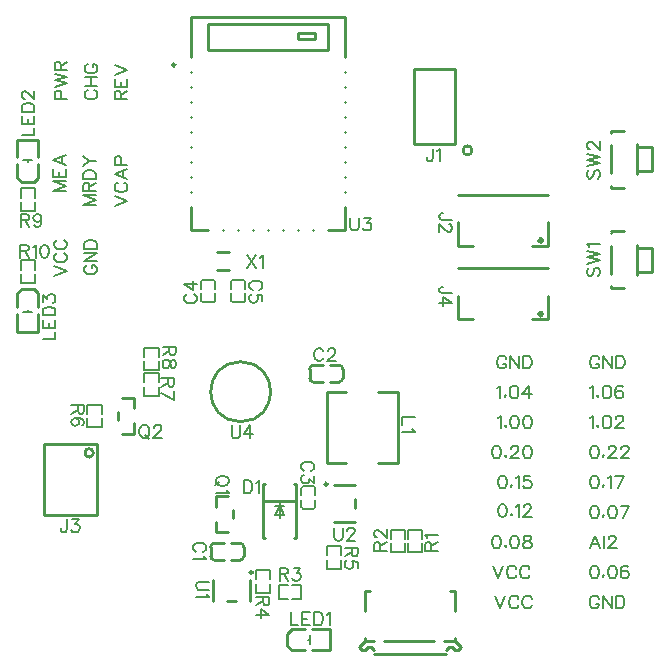
<source format=gto>
G04 Layer: TopSilkLayer*
G04 EasyEDA v6.4.19.5, 2021-05-22T15:42:10+02:00*
G04 f6fe8073f4d6445e90d350db08ac70cc,b771c775d4444e86a06a5321f8c966cb,10*
G04 Gerber Generator version 0.2*
G04 Scale: 100 percent, Rotated: No, Reflected: No *
G04 Dimensions in inches *
G04 leading zeros omitted , absolute positions ,3 integer and 6 decimal *
%FSLAX36Y36*%
%MOIN*%

%ADD10C,0.0100*%
%ADD46C,0.0059*%
%ADD47C,0.0050*%
%ADD48C,0.0080*%
%ADD49C,0.0060*%
%ADD50C,0.0070*%

%LPD*%
D49*
X128552Y-865198D02*
G01*
X171452Y-848798D01*
X128552Y-832498D02*
G01*
X171452Y-848798D01*
X138751Y-788298D02*
G01*
X134652Y-790299D01*
X130552Y-794398D01*
X128552Y-798499D01*
X128552Y-806698D01*
X130552Y-810798D01*
X134652Y-814899D01*
X138751Y-816898D01*
X144851Y-818998D01*
X155152Y-818998D01*
X161251Y-816898D01*
X165351Y-814899D01*
X169451Y-810798D01*
X171452Y-806698D01*
X171452Y-798499D01*
X169451Y-794398D01*
X165351Y-790299D01*
X161251Y-788298D01*
X138751Y-744099D02*
G01*
X134652Y-746199D01*
X130552Y-750299D01*
X128552Y-754299D01*
X128552Y-762498D01*
X130552Y-766599D01*
X134652Y-770698D01*
X138751Y-772799D01*
X144851Y-774798D01*
X155152Y-774798D01*
X161251Y-772799D01*
X165351Y-770698D01*
X169451Y-766599D01*
X171452Y-762498D01*
X171452Y-754299D01*
X169451Y-750299D01*
X165351Y-746199D01*
X161251Y-744099D01*
X237810Y-828297D02*
G01*
X233709Y-830398D01*
X229609Y-834497D01*
X227609Y-838597D01*
X227609Y-846698D01*
X229609Y-850797D01*
X233709Y-854897D01*
X237810Y-856997D01*
X243910Y-858998D01*
X254209Y-858998D01*
X260310Y-856997D01*
X264410Y-854897D01*
X268510Y-850797D01*
X270509Y-846698D01*
X270509Y-838597D01*
X268510Y-834497D01*
X264410Y-830398D01*
X260310Y-828297D01*
X254209Y-828297D01*
X254209Y-838597D02*
G01*
X254209Y-828297D01*
X227609Y-814798D02*
G01*
X270509Y-814798D01*
X227609Y-814798D02*
G01*
X270509Y-786197D01*
X227609Y-786197D02*
G01*
X270509Y-786197D01*
X227609Y-772698D02*
G01*
X270509Y-772698D01*
X227609Y-772698D02*
G01*
X227609Y-758397D01*
X229609Y-752197D01*
X233709Y-748098D01*
X237810Y-746097D01*
X243910Y-744097D01*
X254209Y-744097D01*
X260310Y-746097D01*
X264410Y-748098D01*
X268510Y-752197D01*
X270509Y-758397D01*
X270509Y-772698D01*
X129608Y-274991D02*
G01*
X172508Y-274991D01*
X129608Y-274991D02*
G01*
X129608Y-256592D01*
X131608Y-250491D01*
X133708Y-248391D01*
X137808Y-246392D01*
X143907Y-246392D01*
X148008Y-248391D01*
X150008Y-250491D01*
X152108Y-256592D01*
X152108Y-274991D01*
X129608Y-232892D02*
G01*
X172508Y-222591D01*
X129608Y-212391D02*
G01*
X172508Y-222591D01*
X129608Y-212391D02*
G01*
X172508Y-202192D01*
X129608Y-191992D02*
G01*
X172508Y-202192D01*
X129608Y-178492D02*
G01*
X172508Y-178492D01*
X129608Y-178492D02*
G01*
X129608Y-160091D01*
X131608Y-153892D01*
X133708Y-151891D01*
X137808Y-149791D01*
X141907Y-149791D01*
X145908Y-151891D01*
X148008Y-153892D01*
X150008Y-160091D01*
X150008Y-178492D01*
X150008Y-164092D02*
G01*
X172508Y-149791D01*
X239807Y-244292D02*
G01*
X235707Y-246392D01*
X231608Y-250491D01*
X229608Y-254591D01*
X229608Y-262691D01*
X231608Y-266792D01*
X235707Y-270891D01*
X239807Y-272991D01*
X245908Y-274991D01*
X256208Y-274991D01*
X262307Y-272991D01*
X266407Y-270891D01*
X270508Y-266792D01*
X272508Y-262691D01*
X272508Y-254591D01*
X270508Y-250491D01*
X266407Y-246392D01*
X262307Y-244292D01*
X229608Y-230792D02*
G01*
X272508Y-230792D01*
X229608Y-202192D02*
G01*
X272508Y-202192D01*
X250008Y-230792D02*
G01*
X250008Y-202192D01*
X239807Y-157991D02*
G01*
X235707Y-160091D01*
X231608Y-164092D01*
X229608Y-168191D01*
X229608Y-176392D01*
X231608Y-180491D01*
X235707Y-184591D01*
X239807Y-186592D01*
X245908Y-188692D01*
X256208Y-188692D01*
X262307Y-186592D01*
X266407Y-184591D01*
X270508Y-180491D01*
X272508Y-176392D01*
X272508Y-168191D01*
X270508Y-164092D01*
X266407Y-160091D01*
X262307Y-157991D01*
X256208Y-157991D01*
X256208Y-168191D02*
G01*
X256208Y-157991D01*
X329608Y-274991D02*
G01*
X372508Y-274991D01*
X329608Y-274991D02*
G01*
X329608Y-256592D01*
X331608Y-250491D01*
X333708Y-248391D01*
X337808Y-246392D01*
X341907Y-246392D01*
X345908Y-248391D01*
X348008Y-250491D01*
X350008Y-256592D01*
X350008Y-274991D01*
X350008Y-260691D02*
G01*
X372508Y-246392D01*
X329608Y-232892D02*
G01*
X372508Y-232892D01*
X329608Y-232892D02*
G01*
X329608Y-206291D01*
X350008Y-232892D02*
G01*
X350008Y-216491D01*
X372508Y-232892D02*
G01*
X372508Y-206291D01*
X329608Y-192791D02*
G01*
X372508Y-176392D01*
X329608Y-160091D02*
G01*
X372508Y-176392D01*
X124608Y-579991D02*
G01*
X167508Y-579991D01*
X124608Y-579991D02*
G01*
X167508Y-563591D01*
X124608Y-547291D02*
G01*
X167508Y-563591D01*
X124608Y-547291D02*
G01*
X167508Y-547291D01*
X124608Y-533791D02*
G01*
X167508Y-533791D01*
X124608Y-533791D02*
G01*
X124608Y-507192D01*
X145008Y-533791D02*
G01*
X145008Y-517391D01*
X167508Y-533791D02*
G01*
X167508Y-507192D01*
X124608Y-477291D02*
G01*
X167508Y-493692D01*
X124608Y-477291D02*
G01*
X167508Y-460992D01*
X153207Y-487591D02*
G01*
X153207Y-467091D01*
X224608Y-628294D02*
G01*
X267508Y-628294D01*
X224608Y-628294D02*
G01*
X267508Y-611894D01*
X224608Y-595594D02*
G01*
X267508Y-611894D01*
X224608Y-595594D02*
G01*
X267508Y-595594D01*
X224608Y-582094D02*
G01*
X267508Y-582094D01*
X224608Y-582094D02*
G01*
X224608Y-563694D01*
X226608Y-557494D01*
X228708Y-555495D01*
X232808Y-553395D01*
X236907Y-553395D01*
X240908Y-555495D01*
X243008Y-557494D01*
X245008Y-563694D01*
X245008Y-582094D01*
X245008Y-567795D02*
G01*
X267508Y-553395D01*
X224608Y-539895D02*
G01*
X267508Y-539895D01*
X224608Y-539895D02*
G01*
X224608Y-525594D01*
X226608Y-519495D01*
X230707Y-515394D01*
X234807Y-513395D01*
X240908Y-511295D01*
X251208Y-511295D01*
X257307Y-513395D01*
X261407Y-515394D01*
X265508Y-519495D01*
X267508Y-525594D01*
X267508Y-539895D01*
X224608Y-497795D02*
G01*
X245008Y-481394D01*
X267508Y-481394D01*
X224608Y-465095D02*
G01*
X245008Y-481394D01*
X329608Y-630394D02*
G01*
X372508Y-613994D01*
X329608Y-597694D02*
G01*
X372508Y-613994D01*
X339807Y-553494D02*
G01*
X335707Y-555495D01*
X331608Y-559594D01*
X329608Y-563694D01*
X329608Y-571894D01*
X331608Y-575994D01*
X335707Y-580095D01*
X339807Y-582094D01*
X345908Y-584194D01*
X356208Y-584194D01*
X362307Y-582094D01*
X366407Y-580095D01*
X370508Y-575994D01*
X372508Y-571894D01*
X372508Y-563694D01*
X370508Y-559594D01*
X366407Y-555495D01*
X362307Y-553494D01*
X329608Y-523595D02*
G01*
X372508Y-539994D01*
X329608Y-523595D02*
G01*
X372508Y-507294D01*
X358207Y-533894D02*
G01*
X358207Y-513395D01*
X329608Y-493795D02*
G01*
X372508Y-493795D01*
X329608Y-493795D02*
G01*
X329608Y-475394D01*
X331608Y-469194D01*
X333708Y-467195D01*
X337808Y-465095D01*
X343907Y-465095D01*
X348008Y-467195D01*
X350008Y-469194D01*
X352108Y-475394D01*
X352108Y-493795D01*
X1944608Y-1939807D02*
G01*
X1942508Y-1935707D01*
X1938408Y-1931608D01*
X1934307Y-1929607D01*
X1926208Y-1929607D01*
X1922108Y-1931608D01*
X1918008Y-1935707D01*
X1915908Y-1939807D01*
X1913907Y-1945907D01*
X1913907Y-1956208D01*
X1915908Y-1962307D01*
X1918008Y-1966408D01*
X1922108Y-1970507D01*
X1926208Y-1972507D01*
X1934307Y-1972507D01*
X1938408Y-1970507D01*
X1942508Y-1966408D01*
X1944608Y-1962307D01*
X1944608Y-1956208D01*
X1934307Y-1956208D02*
G01*
X1944608Y-1956208D01*
X1958107Y-1929607D02*
G01*
X1958107Y-1972507D01*
X1958107Y-1929607D02*
G01*
X1986708Y-1972507D01*
X1986708Y-1929607D02*
G01*
X1986708Y-1972507D01*
X2000207Y-1929607D02*
G01*
X2000207Y-1972507D01*
X2000207Y-1929607D02*
G01*
X2014508Y-1929607D01*
X2020707Y-1931608D01*
X2024807Y-1935707D01*
X2026807Y-1939807D01*
X2028808Y-1945907D01*
X2028808Y-1956208D01*
X2026807Y-1962307D01*
X2024807Y-1966408D01*
X2020707Y-1970507D01*
X2014508Y-1972507D01*
X2000207Y-1972507D01*
X1927300Y-1829600D02*
G01*
X1921100Y-1831599D01*
X1917000Y-1837799D01*
X1915000Y-1847999D01*
X1915000Y-1854099D01*
X1917000Y-1864400D01*
X1921100Y-1870499D01*
X1927300Y-1872500D01*
X1931399Y-1872500D01*
X1937500Y-1870499D01*
X1941600Y-1864400D01*
X1943600Y-1854099D01*
X1943600Y-1847999D01*
X1941600Y-1837799D01*
X1937500Y-1831599D01*
X1931399Y-1829600D01*
X1927300Y-1829600D01*
X1959199Y-1862300D02*
G01*
X1957099Y-1864400D01*
X1959199Y-1866399D01*
X1961200Y-1864400D01*
X1959199Y-1862300D01*
X1987000Y-1829600D02*
G01*
X1980899Y-1831599D01*
X1976799Y-1837799D01*
X1974699Y-1847999D01*
X1974699Y-1854099D01*
X1976799Y-1864400D01*
X1980899Y-1870499D01*
X1987000Y-1872500D01*
X1991100Y-1872500D01*
X1997199Y-1870499D01*
X2001299Y-1864400D01*
X2003399Y-1854099D01*
X2003399Y-1847999D01*
X2001299Y-1837799D01*
X1997199Y-1831599D01*
X1991100Y-1829600D01*
X1987000Y-1829600D01*
X2041399Y-1835700D02*
G01*
X2039400Y-1831599D01*
X2033200Y-1829600D01*
X2029100Y-1829600D01*
X2022999Y-1831599D01*
X2018899Y-1837799D01*
X2016900Y-1847999D01*
X2016900Y-1858200D01*
X2018899Y-1866399D01*
X2022999Y-1870499D01*
X2029100Y-1872500D01*
X2031200Y-1872500D01*
X2037300Y-1870499D01*
X2041399Y-1866399D01*
X2043499Y-1860299D01*
X2043499Y-1858200D01*
X2041399Y-1852100D01*
X2037300Y-1847999D01*
X2031200Y-1845999D01*
X2029100Y-1845999D01*
X2022999Y-1847999D01*
X2018899Y-1852100D01*
X2016900Y-1858200D01*
X1931399Y-1729600D02*
G01*
X1915000Y-1772500D01*
X1931399Y-1729600D02*
G01*
X1947699Y-1772500D01*
X1921100Y-1758200D02*
G01*
X1941600Y-1758200D01*
X1961200Y-1729600D02*
G01*
X1961200Y-1772500D01*
X1976799Y-1739800D02*
G01*
X1976799Y-1737799D01*
X1978799Y-1733699D01*
X1980899Y-1731599D01*
X1985000Y-1729600D01*
X1993099Y-1729600D01*
X1997199Y-1731599D01*
X1999299Y-1733699D01*
X2001299Y-1737799D01*
X2001299Y-1741900D01*
X1999299Y-1745999D01*
X1995199Y-1752100D01*
X1974699Y-1772500D01*
X2003399Y-1772500D01*
X1927300Y-1629600D02*
G01*
X1921100Y-1631599D01*
X1917000Y-1637799D01*
X1915000Y-1647999D01*
X1915000Y-1654099D01*
X1917000Y-1664400D01*
X1921100Y-1670499D01*
X1927300Y-1672500D01*
X1931399Y-1672500D01*
X1937500Y-1670499D01*
X1941600Y-1664400D01*
X1943600Y-1654099D01*
X1943600Y-1647999D01*
X1941600Y-1637799D01*
X1937500Y-1631599D01*
X1931399Y-1629600D01*
X1927300Y-1629600D01*
X1959199Y-1662300D02*
G01*
X1957099Y-1664400D01*
X1959199Y-1666399D01*
X1961200Y-1664400D01*
X1959199Y-1662300D01*
X1987000Y-1629600D02*
G01*
X1980899Y-1631599D01*
X1976799Y-1637799D01*
X1974699Y-1647999D01*
X1974699Y-1654099D01*
X1976799Y-1664400D01*
X1980899Y-1670499D01*
X1987000Y-1672500D01*
X1991100Y-1672500D01*
X1997199Y-1670499D01*
X2001299Y-1664400D01*
X2003399Y-1654099D01*
X2003399Y-1647999D01*
X2001299Y-1637799D01*
X1997199Y-1631599D01*
X1991100Y-1629600D01*
X1987000Y-1629600D01*
X2045499Y-1629600D02*
G01*
X2025000Y-1672500D01*
X2016900Y-1629600D02*
G01*
X2045499Y-1629600D01*
X1927300Y-1529600D02*
G01*
X1921100Y-1531599D01*
X1917000Y-1537799D01*
X1915000Y-1547999D01*
X1915000Y-1554099D01*
X1917000Y-1564400D01*
X1921100Y-1570499D01*
X1927300Y-1572500D01*
X1931399Y-1572500D01*
X1937500Y-1570499D01*
X1941600Y-1564400D01*
X1943600Y-1554099D01*
X1943600Y-1547999D01*
X1941600Y-1537799D01*
X1937500Y-1531599D01*
X1931399Y-1529600D01*
X1927300Y-1529600D01*
X1959199Y-1562300D02*
G01*
X1957099Y-1564400D01*
X1959199Y-1566399D01*
X1961200Y-1564400D01*
X1959199Y-1562300D01*
X1974699Y-1537799D02*
G01*
X1978799Y-1535700D01*
X1985000Y-1529600D01*
X1985000Y-1572500D01*
X2027099Y-1529600D02*
G01*
X2006600Y-1572500D01*
X1998499Y-1529600D02*
G01*
X2027099Y-1529600D01*
X1927300Y-1429600D02*
G01*
X1921100Y-1431599D01*
X1917000Y-1437799D01*
X1915000Y-1447999D01*
X1915000Y-1454099D01*
X1917000Y-1464400D01*
X1921100Y-1470499D01*
X1927300Y-1472500D01*
X1931399Y-1472500D01*
X1937500Y-1470499D01*
X1941600Y-1464400D01*
X1943600Y-1454099D01*
X1943600Y-1447999D01*
X1941600Y-1437799D01*
X1937500Y-1431599D01*
X1931399Y-1429600D01*
X1927300Y-1429600D01*
X1959199Y-1462300D02*
G01*
X1957099Y-1464400D01*
X1959199Y-1466399D01*
X1961200Y-1464400D01*
X1959199Y-1462300D01*
X1976799Y-1439800D02*
G01*
X1976799Y-1437799D01*
X1978799Y-1433699D01*
X1980899Y-1431599D01*
X1985000Y-1429600D01*
X1993099Y-1429600D01*
X1997199Y-1431599D01*
X1999299Y-1433699D01*
X2001299Y-1437799D01*
X2001299Y-1441900D01*
X1999299Y-1445999D01*
X1995199Y-1452100D01*
X1974699Y-1472500D01*
X2003399Y-1472500D01*
X2018899Y-1439800D02*
G01*
X2018899Y-1437799D01*
X2020999Y-1433699D01*
X2022999Y-1431599D01*
X2027099Y-1429600D01*
X2035300Y-1429600D01*
X2039400Y-1431599D01*
X2041399Y-1433699D01*
X2043499Y-1437799D01*
X2043499Y-1441900D01*
X2041399Y-1445999D01*
X2037300Y-1452100D01*
X2016900Y-1472500D01*
X2045499Y-1472500D01*
X1915000Y-1337799D02*
G01*
X1919100Y-1335700D01*
X1925199Y-1329600D01*
X1925199Y-1372500D01*
X1940800Y-1362300D02*
G01*
X1938700Y-1364400D01*
X1940800Y-1366399D01*
X1942800Y-1364400D01*
X1940800Y-1362300D01*
X1968600Y-1329600D02*
G01*
X1962500Y-1331599D01*
X1958399Y-1337799D01*
X1956299Y-1347999D01*
X1956299Y-1354099D01*
X1958399Y-1364400D01*
X1962500Y-1370499D01*
X1968600Y-1372500D01*
X1972699Y-1372500D01*
X1978799Y-1370499D01*
X1982900Y-1364400D01*
X1985000Y-1354099D01*
X1985000Y-1347999D01*
X1982900Y-1337799D01*
X1978799Y-1331599D01*
X1972699Y-1329600D01*
X1968600Y-1329600D01*
X2000499Y-1339800D02*
G01*
X2000499Y-1337799D01*
X2002500Y-1333699D01*
X2004599Y-1331599D01*
X2008700Y-1329600D01*
X2016900Y-1329600D01*
X2020999Y-1331599D01*
X2022999Y-1333699D01*
X2025000Y-1337799D01*
X2025000Y-1341900D01*
X2022999Y-1345999D01*
X2018899Y-1352100D01*
X1998499Y-1372500D01*
X2027099Y-1372500D01*
X1915000Y-1237799D02*
G01*
X1919100Y-1235700D01*
X1925199Y-1229600D01*
X1925199Y-1272500D01*
X1940800Y-1262300D02*
G01*
X1938700Y-1264400D01*
X1940800Y-1266399D01*
X1942800Y-1264400D01*
X1940800Y-1262300D01*
X1968600Y-1229600D02*
G01*
X1962500Y-1231599D01*
X1958399Y-1237799D01*
X1956299Y-1247999D01*
X1956299Y-1254099D01*
X1958399Y-1264400D01*
X1962500Y-1270499D01*
X1968600Y-1272500D01*
X1972699Y-1272500D01*
X1978799Y-1270499D01*
X1982900Y-1264400D01*
X1985000Y-1254099D01*
X1985000Y-1247999D01*
X1982900Y-1237799D01*
X1978799Y-1231599D01*
X1972699Y-1229600D01*
X1968600Y-1229600D01*
X2022999Y-1235700D02*
G01*
X2020999Y-1231599D01*
X2014800Y-1229600D01*
X2010700Y-1229600D01*
X2004599Y-1231599D01*
X2000499Y-1237799D01*
X1998499Y-1247999D01*
X1998499Y-1258200D01*
X2000499Y-1266399D01*
X2004599Y-1270499D01*
X2010700Y-1272500D01*
X2012800Y-1272500D01*
X2018899Y-1270499D01*
X2022999Y-1266399D01*
X2025000Y-1260299D01*
X2025000Y-1258200D01*
X2022999Y-1252100D01*
X2018899Y-1247999D01*
X2012800Y-1245999D01*
X2010700Y-1245999D01*
X2004599Y-1247999D01*
X2000499Y-1252100D01*
X1998499Y-1258200D01*
X1945700Y-1139800D02*
G01*
X1943600Y-1135700D01*
X1939500Y-1131599D01*
X1935499Y-1129600D01*
X1927300Y-1129600D01*
X1923200Y-1131599D01*
X1919100Y-1135700D01*
X1917000Y-1139800D01*
X1915000Y-1145999D01*
X1915000Y-1156199D01*
X1917000Y-1162300D01*
X1919100Y-1166399D01*
X1923200Y-1170499D01*
X1927300Y-1172500D01*
X1935499Y-1172500D01*
X1939500Y-1170499D01*
X1943600Y-1166399D01*
X1945700Y-1162300D01*
X1945700Y-1156199D01*
X1935499Y-1156199D02*
G01*
X1945700Y-1156199D01*
X1959199Y-1129600D02*
G01*
X1959199Y-1172500D01*
X1959199Y-1129600D02*
G01*
X1987800Y-1172500D01*
X1987800Y-1129600D02*
G01*
X1987800Y-1172500D01*
X2001299Y-1129600D02*
G01*
X2001299Y-1172500D01*
X2001299Y-1129600D02*
G01*
X2015599Y-1129600D01*
X2021799Y-1131599D01*
X2025899Y-1135700D01*
X2027900Y-1139800D01*
X2030000Y-1145999D01*
X2030000Y-1156199D01*
X2027900Y-1162300D01*
X2025899Y-1166399D01*
X2021799Y-1170499D01*
X2015599Y-1172500D01*
X2001299Y-1172500D01*
X1635700Y-1139800D02*
G01*
X1633600Y-1135700D01*
X1629500Y-1131599D01*
X1625499Y-1129600D01*
X1617300Y-1129600D01*
X1613200Y-1131599D01*
X1609100Y-1135700D01*
X1607000Y-1139800D01*
X1605000Y-1145999D01*
X1605000Y-1156199D01*
X1607000Y-1162300D01*
X1609100Y-1166399D01*
X1613200Y-1170499D01*
X1617300Y-1172500D01*
X1625499Y-1172500D01*
X1629500Y-1170499D01*
X1633600Y-1166399D01*
X1635700Y-1162300D01*
X1635700Y-1156199D01*
X1625499Y-1156199D02*
G01*
X1635700Y-1156199D01*
X1649199Y-1129600D02*
G01*
X1649199Y-1172500D01*
X1649199Y-1129600D02*
G01*
X1677800Y-1172500D01*
X1677800Y-1129600D02*
G01*
X1677800Y-1172500D01*
X1691299Y-1129600D02*
G01*
X1691299Y-1172500D01*
X1691299Y-1129600D02*
G01*
X1705599Y-1129600D01*
X1711799Y-1131599D01*
X1715899Y-1135700D01*
X1717900Y-1139800D01*
X1720000Y-1145999D01*
X1720000Y-1156199D01*
X1717900Y-1162300D01*
X1715899Y-1166399D01*
X1711799Y-1170499D01*
X1705599Y-1172500D01*
X1691299Y-1172500D01*
X1605899Y-1237799D02*
G01*
X1609999Y-1235700D01*
X1616098Y-1229600D01*
X1616098Y-1272500D01*
X1631699Y-1262300D02*
G01*
X1629599Y-1264400D01*
X1631699Y-1266399D01*
X1633699Y-1264400D01*
X1631699Y-1262300D01*
X1659499Y-1229600D02*
G01*
X1653399Y-1231599D01*
X1649298Y-1237799D01*
X1647198Y-1247999D01*
X1647198Y-1254099D01*
X1649298Y-1264400D01*
X1653399Y-1270499D01*
X1659499Y-1272500D01*
X1663598Y-1272500D01*
X1669698Y-1270499D01*
X1673799Y-1264400D01*
X1675899Y-1254099D01*
X1675899Y-1247999D01*
X1673799Y-1237799D01*
X1669698Y-1231599D01*
X1663598Y-1229600D01*
X1659499Y-1229600D01*
X1709798Y-1229600D02*
G01*
X1689398Y-1258200D01*
X1719999Y-1258200D01*
X1709798Y-1229600D02*
G01*
X1709798Y-1272500D01*
X1607900Y-1337799D02*
G01*
X1612001Y-1335700D01*
X1618101Y-1329600D01*
X1618101Y-1372500D01*
X1633700Y-1362300D02*
G01*
X1631600Y-1364400D01*
X1633700Y-1366399D01*
X1635701Y-1364400D01*
X1633700Y-1362300D01*
X1661501Y-1329600D02*
G01*
X1655400Y-1331599D01*
X1651300Y-1337799D01*
X1649200Y-1347999D01*
X1649200Y-1354099D01*
X1651300Y-1364400D01*
X1655400Y-1370499D01*
X1661501Y-1372500D01*
X1665601Y-1372500D01*
X1671700Y-1370499D01*
X1675800Y-1364400D01*
X1677900Y-1354099D01*
X1677900Y-1347999D01*
X1675800Y-1337799D01*
X1671700Y-1331599D01*
X1665601Y-1329600D01*
X1661501Y-1329600D01*
X1703601Y-1329600D02*
G01*
X1697500Y-1331599D01*
X1693400Y-1337799D01*
X1691401Y-1347999D01*
X1691401Y-1354099D01*
X1693400Y-1364400D01*
X1697500Y-1370499D01*
X1703601Y-1372500D01*
X1707701Y-1372500D01*
X1713901Y-1370499D01*
X1717900Y-1364400D01*
X1720000Y-1354099D01*
X1720000Y-1347999D01*
X1717900Y-1337799D01*
X1713901Y-1331599D01*
X1707701Y-1329600D01*
X1703601Y-1329600D01*
X1601801Y-1429600D02*
G01*
X1595601Y-1431599D01*
X1591501Y-1437799D01*
X1589501Y-1447999D01*
X1589501Y-1454099D01*
X1591501Y-1464400D01*
X1595601Y-1470499D01*
X1601801Y-1472500D01*
X1605900Y-1472500D01*
X1612001Y-1470499D01*
X1616101Y-1464400D01*
X1618101Y-1454099D01*
X1618101Y-1447999D01*
X1616101Y-1437799D01*
X1612001Y-1431599D01*
X1605900Y-1429600D01*
X1601801Y-1429600D01*
X1633700Y-1462300D02*
G01*
X1631600Y-1464400D01*
X1633700Y-1466399D01*
X1635701Y-1464400D01*
X1633700Y-1462300D01*
X1651300Y-1439800D02*
G01*
X1651300Y-1437799D01*
X1653300Y-1433699D01*
X1655400Y-1431599D01*
X1659501Y-1429600D01*
X1667600Y-1429600D01*
X1671700Y-1431599D01*
X1673800Y-1433699D01*
X1675800Y-1437799D01*
X1675800Y-1441900D01*
X1673800Y-1445999D01*
X1669701Y-1452100D01*
X1649200Y-1472500D01*
X1677900Y-1472500D01*
X1703601Y-1429600D02*
G01*
X1697500Y-1431599D01*
X1693400Y-1437799D01*
X1691401Y-1447999D01*
X1691401Y-1454099D01*
X1693400Y-1464400D01*
X1697500Y-1470499D01*
X1703601Y-1472500D01*
X1707701Y-1472500D01*
X1713901Y-1470499D01*
X1718000Y-1464400D01*
X1720000Y-1454099D01*
X1720000Y-1447999D01*
X1718000Y-1437799D01*
X1713901Y-1431599D01*
X1707701Y-1429600D01*
X1703601Y-1429600D01*
X1620201Y-1529600D02*
G01*
X1614001Y-1531599D01*
X1609901Y-1537799D01*
X1607900Y-1547999D01*
X1607900Y-1554099D01*
X1609901Y-1564400D01*
X1614001Y-1570499D01*
X1620201Y-1572500D01*
X1624301Y-1572500D01*
X1630400Y-1570499D01*
X1634501Y-1564400D01*
X1636501Y-1554099D01*
X1636501Y-1547999D01*
X1634501Y-1537799D01*
X1630400Y-1531599D01*
X1624301Y-1529600D01*
X1620201Y-1529600D01*
X1652100Y-1562300D02*
G01*
X1650000Y-1564400D01*
X1652100Y-1566399D01*
X1654100Y-1564400D01*
X1652100Y-1562300D01*
X1667600Y-1537799D02*
G01*
X1671700Y-1535700D01*
X1677900Y-1529600D01*
X1677900Y-1572500D01*
X1715900Y-1529600D02*
G01*
X1695400Y-1529600D01*
X1693400Y-1547999D01*
X1695400Y-1545999D01*
X1701600Y-1543899D01*
X1707701Y-1543899D01*
X1713901Y-1545999D01*
X1717900Y-1550000D01*
X1720000Y-1556199D01*
X1720000Y-1560299D01*
X1717900Y-1566399D01*
X1713901Y-1570499D01*
X1707701Y-1572500D01*
X1701600Y-1572500D01*
X1695400Y-1570499D01*
X1693400Y-1568499D01*
X1691401Y-1564400D01*
X1620199Y-1624600D02*
G01*
X1614000Y-1626599D01*
X1609900Y-1632799D01*
X1607900Y-1642999D01*
X1607900Y-1649099D01*
X1609900Y-1659400D01*
X1614000Y-1665499D01*
X1620199Y-1667500D01*
X1624299Y-1667500D01*
X1630400Y-1665499D01*
X1634500Y-1659400D01*
X1636500Y-1649099D01*
X1636500Y-1642999D01*
X1634500Y-1632799D01*
X1630400Y-1626599D01*
X1624299Y-1624600D01*
X1620199Y-1624600D01*
X1652099Y-1657300D02*
G01*
X1650000Y-1659400D01*
X1652099Y-1661399D01*
X1654100Y-1659400D01*
X1652099Y-1657300D01*
X1667599Y-1632799D02*
G01*
X1671699Y-1630700D01*
X1677900Y-1624600D01*
X1677900Y-1667500D01*
X1693399Y-1634800D02*
G01*
X1693399Y-1632799D01*
X1695400Y-1628699D01*
X1697500Y-1626599D01*
X1701600Y-1624600D01*
X1709800Y-1624600D01*
X1713899Y-1626599D01*
X1715899Y-1628699D01*
X1717900Y-1632799D01*
X1717900Y-1636900D01*
X1715899Y-1640999D01*
X1711799Y-1647100D01*
X1691399Y-1667500D01*
X1720000Y-1667500D01*
X1601801Y-1729600D02*
G01*
X1595601Y-1731599D01*
X1591501Y-1737799D01*
X1589501Y-1747999D01*
X1589501Y-1754099D01*
X1591501Y-1764400D01*
X1595601Y-1770499D01*
X1601801Y-1772500D01*
X1605900Y-1772500D01*
X1612001Y-1770499D01*
X1616101Y-1764400D01*
X1618101Y-1754099D01*
X1618101Y-1747999D01*
X1616101Y-1737799D01*
X1612001Y-1731599D01*
X1605900Y-1729600D01*
X1601801Y-1729600D01*
X1633700Y-1762300D02*
G01*
X1631600Y-1764400D01*
X1633700Y-1766399D01*
X1635701Y-1764400D01*
X1633700Y-1762300D01*
X1661501Y-1729600D02*
G01*
X1655400Y-1731599D01*
X1651300Y-1737799D01*
X1649200Y-1747999D01*
X1649200Y-1754099D01*
X1651300Y-1764400D01*
X1655400Y-1770499D01*
X1661501Y-1772500D01*
X1665601Y-1772500D01*
X1671700Y-1770499D01*
X1675800Y-1764400D01*
X1677900Y-1754099D01*
X1677900Y-1747999D01*
X1675800Y-1737799D01*
X1671700Y-1731599D01*
X1665601Y-1729600D01*
X1661501Y-1729600D01*
X1701600Y-1729600D02*
G01*
X1695500Y-1731599D01*
X1693400Y-1735700D01*
X1693400Y-1739800D01*
X1695500Y-1743899D01*
X1699501Y-1745999D01*
X1707701Y-1747999D01*
X1713901Y-1750000D01*
X1718000Y-1754099D01*
X1720000Y-1758200D01*
X1720000Y-1764400D01*
X1718000Y-1768499D01*
X1715900Y-1770499D01*
X1709801Y-1772500D01*
X1701600Y-1772500D01*
X1695500Y-1770499D01*
X1693400Y-1768499D01*
X1691401Y-1764400D01*
X1691401Y-1758200D01*
X1693400Y-1754099D01*
X1697500Y-1750000D01*
X1703601Y-1747999D01*
X1711801Y-1745999D01*
X1715900Y-1743899D01*
X1718000Y-1739800D01*
X1718000Y-1735700D01*
X1715900Y-1731599D01*
X1709801Y-1729600D01*
X1701600Y-1729600D01*
X1591507Y-1829607D02*
G01*
X1607908Y-1872507D01*
X1624208Y-1829607D02*
G01*
X1607908Y-1872507D01*
X1668408Y-1839807D02*
G01*
X1666407Y-1835707D01*
X1662307Y-1831608D01*
X1658207Y-1829607D01*
X1650008Y-1829607D01*
X1645908Y-1831608D01*
X1641807Y-1835707D01*
X1639807Y-1839807D01*
X1637707Y-1845907D01*
X1637707Y-1856208D01*
X1639807Y-1862307D01*
X1641807Y-1866408D01*
X1645908Y-1870507D01*
X1650008Y-1872507D01*
X1658207Y-1872507D01*
X1662307Y-1870507D01*
X1666407Y-1866408D01*
X1668408Y-1862307D01*
X1712608Y-1839807D02*
G01*
X1710508Y-1835707D01*
X1706407Y-1831608D01*
X1702408Y-1829607D01*
X1694208Y-1829607D01*
X1690108Y-1831608D01*
X1686007Y-1835707D01*
X1683907Y-1839807D01*
X1681907Y-1845907D01*
X1681907Y-1856208D01*
X1683907Y-1862307D01*
X1686007Y-1866408D01*
X1690108Y-1870507D01*
X1694208Y-1872507D01*
X1702408Y-1872507D01*
X1706407Y-1870507D01*
X1710508Y-1866408D01*
X1712608Y-1862307D01*
X1598901Y-1929600D02*
G01*
X1615301Y-1972500D01*
X1631600Y-1929600D02*
G01*
X1615301Y-1972500D01*
X1675800Y-1939800D02*
G01*
X1673800Y-1935700D01*
X1669701Y-1931599D01*
X1665601Y-1929600D01*
X1657401Y-1929600D01*
X1653300Y-1931599D01*
X1649200Y-1935700D01*
X1647201Y-1939800D01*
X1645100Y-1945999D01*
X1645100Y-1956199D01*
X1647201Y-1962300D01*
X1649200Y-1966399D01*
X1653300Y-1970499D01*
X1657401Y-1972500D01*
X1665601Y-1972500D01*
X1669701Y-1970499D01*
X1673800Y-1966399D01*
X1675800Y-1962300D01*
X1720000Y-1939800D02*
G01*
X1717900Y-1935700D01*
X1713901Y-1931599D01*
X1709801Y-1929600D01*
X1701600Y-1929600D01*
X1697500Y-1931599D01*
X1693400Y-1935700D01*
X1691401Y-1939800D01*
X1689301Y-1945999D01*
X1689301Y-1956199D01*
X1691401Y-1962300D01*
X1693400Y-1966399D01*
X1697500Y-1970499D01*
X1701600Y-1972500D01*
X1709801Y-1972500D01*
X1713901Y-1970499D01*
X1717900Y-1966399D01*
X1720000Y-1962300D01*
X171089Y-1675194D02*
G01*
X171089Y-1707894D01*
X168989Y-1714094D01*
X166990Y-1716093D01*
X162890Y-1718094D01*
X158790Y-1718094D01*
X154689Y-1716093D01*
X152590Y-1714094D01*
X150589Y-1707894D01*
X150589Y-1703793D01*
X188589Y-1675194D02*
G01*
X211089Y-1675194D01*
X198889Y-1691594D01*
X204990Y-1691594D01*
X209090Y-1693593D01*
X211089Y-1695594D01*
X213189Y-1701793D01*
X213189Y-1705893D01*
X211089Y-1711993D01*
X207090Y-1716093D01*
X200890Y-1718094D01*
X194789Y-1718094D01*
X188589Y-1716093D01*
X186590Y-1714094D01*
X184590Y-1709994D01*
X1025701Y-1114800D02*
G01*
X1023601Y-1110700D01*
X1019501Y-1106599D01*
X1015500Y-1104600D01*
X1007301Y-1104600D01*
X1003201Y-1106599D01*
X999100Y-1110700D01*
X997001Y-1114800D01*
X995000Y-1120999D01*
X995000Y-1131199D01*
X997001Y-1137300D01*
X999100Y-1141399D01*
X1003201Y-1145499D01*
X1007301Y-1147500D01*
X1015500Y-1147500D01*
X1019501Y-1145499D01*
X1023601Y-1141399D01*
X1025701Y-1137300D01*
X1041200Y-1114800D02*
G01*
X1041200Y-1112799D01*
X1043300Y-1108699D01*
X1045301Y-1106599D01*
X1049401Y-1104600D01*
X1057600Y-1104600D01*
X1061700Y-1106599D01*
X1063700Y-1108699D01*
X1065800Y-1112799D01*
X1065800Y-1116900D01*
X1063700Y-1120999D01*
X1059600Y-1127100D01*
X1039200Y-1147500D01*
X1067801Y-1147500D01*
X625201Y-1783460D02*
G01*
X629301Y-1781359D01*
X633400Y-1777260D01*
X635400Y-1773260D01*
X635400Y-1765059D01*
X633400Y-1760960D01*
X629301Y-1756860D01*
X625201Y-1754760D01*
X619001Y-1752759D01*
X608800Y-1752759D01*
X602701Y-1754760D01*
X598601Y-1756860D01*
X594501Y-1760960D01*
X592500Y-1765059D01*
X592500Y-1773260D01*
X594501Y-1777260D01*
X598601Y-1781359D01*
X602701Y-1783460D01*
X627201Y-1796959D02*
G01*
X629301Y-1801059D01*
X635400Y-1807159D01*
X592500Y-1807159D01*
X879999Y-1837357D02*
G01*
X879999Y-1880257D01*
X879999Y-1837357D02*
G01*
X898399Y-1837357D01*
X904499Y-1839357D01*
X906599Y-1841457D01*
X908598Y-1845558D01*
X908598Y-1849657D01*
X906599Y-1853757D01*
X904499Y-1855758D01*
X898399Y-1857757D01*
X879999Y-1857757D01*
X894298Y-1857757D02*
G01*
X908598Y-1880257D01*
X926199Y-1837357D02*
G01*
X948699Y-1837357D01*
X936498Y-1853757D01*
X942599Y-1853757D01*
X946699Y-1855758D01*
X948699Y-1857757D01*
X950799Y-1863957D01*
X950799Y-1868058D01*
X948699Y-1874157D01*
X944599Y-1878258D01*
X938498Y-1880257D01*
X932399Y-1880257D01*
X926199Y-1878258D01*
X924199Y-1876257D01*
X922099Y-1872157D01*
X1454511Y-676377D02*
G01*
X1421812Y-676377D01*
X1415611Y-674277D01*
X1413611Y-672278D01*
X1411612Y-668177D01*
X1411612Y-664077D01*
X1413611Y-659978D01*
X1415611Y-657878D01*
X1421812Y-655877D01*
X1425912Y-655877D01*
X1444312Y-691878D02*
G01*
X1446312Y-691878D01*
X1450412Y-693877D01*
X1452512Y-695978D01*
X1454511Y-700077D01*
X1454511Y-708278D01*
X1452512Y-712377D01*
X1450412Y-714378D01*
X1446312Y-716377D01*
X1442212Y-716377D01*
X1438111Y-714378D01*
X1432011Y-710277D01*
X1411612Y-689877D01*
X1411612Y-718478D01*
X16010Y-760610D02*
G01*
X16010Y-803510D01*
X16010Y-760610D02*
G01*
X34410Y-760610D01*
X40509Y-762609D01*
X42609Y-764710D01*
X44610Y-768809D01*
X44610Y-772910D01*
X42609Y-777010D01*
X40509Y-779009D01*
X34410Y-781010D01*
X16010Y-781010D01*
X30309Y-781010D02*
G01*
X44610Y-803510D01*
X58110Y-768809D02*
G01*
X62210Y-766709D01*
X68409Y-760610D01*
X68409Y-803510D01*
X94110Y-760610D02*
G01*
X88009Y-762609D01*
X83910Y-768809D01*
X81910Y-779009D01*
X81910Y-785109D01*
X83910Y-795410D01*
X88009Y-801509D01*
X94110Y-803510D01*
X98209Y-803510D01*
X104410Y-801509D01*
X108510Y-795410D01*
X110509Y-785109D01*
X110509Y-779009D01*
X108510Y-768809D01*
X104410Y-762609D01*
X98209Y-760610D01*
X94110Y-760610D01*
X17004Y-657599D02*
G01*
X17004Y-700499D01*
X17004Y-657599D02*
G01*
X35403Y-657599D01*
X41503Y-659600D01*
X43604Y-661700D01*
X45603Y-665799D01*
X45603Y-669899D01*
X43604Y-674000D01*
X41503Y-675999D01*
X35403Y-677999D01*
X17004Y-677999D01*
X31304Y-677999D02*
G01*
X45603Y-700499D01*
X85704Y-671900D02*
G01*
X83704Y-677999D01*
X79603Y-682100D01*
X73503Y-684200D01*
X71404Y-684200D01*
X65304Y-682100D01*
X61204Y-677999D01*
X59104Y-671900D01*
X59104Y-669899D01*
X61204Y-663699D01*
X65304Y-659600D01*
X71404Y-657599D01*
X73503Y-657599D01*
X79603Y-659600D01*
X83704Y-663699D01*
X85704Y-671900D01*
X85704Y-682100D01*
X83704Y-692399D01*
X79603Y-698499D01*
X73503Y-700499D01*
X69403Y-700499D01*
X63204Y-698499D01*
X61204Y-694400D01*
X571801Y-924294D02*
G01*
X567701Y-926394D01*
X563601Y-930495D01*
X561600Y-934495D01*
X561600Y-942694D01*
X563601Y-946794D01*
X567701Y-950895D01*
X571801Y-952995D01*
X578000Y-954994D01*
X588201Y-954994D01*
X594301Y-952995D01*
X598400Y-950895D01*
X602500Y-946794D01*
X604501Y-942694D01*
X604501Y-934495D01*
X602500Y-930495D01*
X598400Y-926394D01*
X594301Y-924294D01*
X561600Y-890394D02*
G01*
X590201Y-910794D01*
X590201Y-880095D01*
X561600Y-890394D02*
G01*
X604501Y-890394D01*
X812201Y-910695D02*
G01*
X816300Y-908595D01*
X820400Y-904495D01*
X822401Y-900495D01*
X822401Y-892294D01*
X820400Y-888195D01*
X816300Y-884094D01*
X812201Y-881995D01*
X806001Y-879994D01*
X795800Y-879994D01*
X789701Y-881995D01*
X785601Y-884094D01*
X781501Y-888195D01*
X779501Y-892294D01*
X779501Y-900495D01*
X781501Y-904495D01*
X785601Y-908595D01*
X789701Y-910695D01*
X822401Y-948694D02*
G01*
X822401Y-928294D01*
X804001Y-926194D01*
X806001Y-928294D01*
X808101Y-934394D01*
X808101Y-940495D01*
X806001Y-946694D01*
X802001Y-950794D01*
X795800Y-952795D01*
X791700Y-952795D01*
X785601Y-950794D01*
X781501Y-946694D01*
X779501Y-940495D01*
X779501Y-934394D01*
X781501Y-928294D01*
X783501Y-926194D01*
X787600Y-924194D01*
X845400Y-1932754D02*
G01*
X802500Y-1932754D01*
X845400Y-1932754D02*
G01*
X845400Y-1951154D01*
X843400Y-1957255D01*
X841300Y-1959355D01*
X837201Y-1961354D01*
X833101Y-1961354D01*
X829001Y-1959355D01*
X827001Y-1957255D01*
X825000Y-1951154D01*
X825000Y-1932754D01*
X825000Y-1947055D02*
G01*
X802500Y-1961354D01*
X845400Y-1995354D02*
G01*
X816801Y-1974854D01*
X816801Y-2005554D01*
X845400Y-1995354D02*
G01*
X802500Y-1995354D01*
X1330400Y-1334998D02*
G01*
X1287500Y-1334998D01*
X1287500Y-1334998D02*
G01*
X1287500Y-1359499D01*
X1322201Y-1372998D02*
G01*
X1324301Y-1377098D01*
X1330400Y-1383298D01*
X1287500Y-1383298D01*
X985201Y-1513460D02*
G01*
X989301Y-1511359D01*
X993400Y-1507260D01*
X995400Y-1503260D01*
X995400Y-1495059D01*
X993400Y-1490960D01*
X989301Y-1486860D01*
X985201Y-1484760D01*
X979001Y-1482759D01*
X968800Y-1482759D01*
X962701Y-1484760D01*
X958601Y-1486860D01*
X954501Y-1490960D01*
X952500Y-1495059D01*
X952500Y-1503260D01*
X954501Y-1507260D01*
X958601Y-1511359D01*
X962701Y-1513460D01*
X995400Y-1531059D02*
G01*
X995400Y-1553559D01*
X979001Y-1541259D01*
X979001Y-1547359D01*
X977001Y-1551459D01*
X975000Y-1553559D01*
X968800Y-1555560D01*
X964701Y-1555560D01*
X958601Y-1553559D01*
X954501Y-1549459D01*
X952500Y-1543260D01*
X952500Y-1537159D01*
X954501Y-1531059D01*
X956501Y-1528959D01*
X960601Y-1526959D01*
X759992Y-1545754D02*
G01*
X759992Y-1588654D01*
X759992Y-1545754D02*
G01*
X774293Y-1545754D01*
X780493Y-1547754D01*
X784492Y-1551855D01*
X786592Y-1555954D01*
X788592Y-1562154D01*
X788592Y-1572354D01*
X786592Y-1578454D01*
X784492Y-1582554D01*
X780493Y-1586655D01*
X774293Y-1588654D01*
X759992Y-1588654D01*
X802092Y-1553955D02*
G01*
X806192Y-1551855D01*
X812392Y-1545754D01*
X812392Y-1588654D01*
X227993Y-1295589D02*
G01*
X185093Y-1295589D01*
X227993Y-1295589D02*
G01*
X227993Y-1313989D01*
X225993Y-1320090D01*
X223893Y-1322190D01*
X219793Y-1324189D01*
X215692Y-1324189D01*
X211592Y-1322190D01*
X209592Y-1320090D01*
X207593Y-1313989D01*
X207593Y-1295589D01*
X207593Y-1309890D02*
G01*
X185093Y-1324189D01*
X221893Y-1362289D02*
G01*
X225993Y-1360189D01*
X227993Y-1354090D01*
X227993Y-1349989D01*
X225993Y-1343890D01*
X219793Y-1339789D01*
X209592Y-1337689D01*
X199393Y-1337689D01*
X191192Y-1339789D01*
X187092Y-1343890D01*
X185093Y-1349989D01*
X185093Y-1352089D01*
X187092Y-1358189D01*
X191192Y-1362289D01*
X197293Y-1364290D01*
X199393Y-1364290D01*
X205493Y-1362289D01*
X209592Y-1358189D01*
X211592Y-1352089D01*
X211592Y-1349989D01*
X209592Y-1343890D01*
X205493Y-1339789D01*
X199393Y-1337689D01*
X527993Y-1205594D02*
G01*
X485093Y-1205594D01*
X527993Y-1205594D02*
G01*
X527993Y-1223995D01*
X525993Y-1230095D01*
X523893Y-1232195D01*
X519793Y-1234194D01*
X515692Y-1234194D01*
X511592Y-1232195D01*
X509592Y-1230095D01*
X507593Y-1223995D01*
X507593Y-1205594D01*
X507593Y-1219895D02*
G01*
X485093Y-1234194D01*
X527993Y-1276394D02*
G01*
X485093Y-1255895D01*
X527993Y-1247694D02*
G01*
X527993Y-1276394D01*
X532993Y-1100594D02*
G01*
X490093Y-1100594D01*
X532993Y-1100594D02*
G01*
X532993Y-1118995D01*
X530993Y-1125095D01*
X528893Y-1127195D01*
X524793Y-1129194D01*
X520692Y-1129194D01*
X516592Y-1127195D01*
X514592Y-1125095D01*
X512593Y-1118995D01*
X512593Y-1100594D01*
X512593Y-1114895D02*
G01*
X490093Y-1129194D01*
X532993Y-1152995D02*
G01*
X530993Y-1146794D01*
X526893Y-1144794D01*
X522792Y-1144794D01*
X518692Y-1146794D01*
X516592Y-1150895D01*
X514592Y-1159094D01*
X512593Y-1165194D01*
X508493Y-1169294D01*
X504393Y-1171394D01*
X498192Y-1171394D01*
X494092Y-1169294D01*
X492092Y-1167294D01*
X490093Y-1161095D01*
X490093Y-1152995D01*
X492092Y-1146794D01*
X494092Y-1144794D01*
X498192Y-1142694D01*
X504393Y-1142694D01*
X508493Y-1144794D01*
X512593Y-1148894D01*
X514592Y-1154994D01*
X516592Y-1163195D01*
X518692Y-1167294D01*
X522792Y-1169294D01*
X526893Y-1169294D01*
X530993Y-1167294D01*
X532993Y-1161095D01*
X532993Y-1152995D01*
X1140398Y-1769996D02*
G01*
X1097498Y-1769996D01*
X1140398Y-1769996D02*
G01*
X1140398Y-1788397D01*
X1138398Y-1794497D01*
X1136298Y-1796597D01*
X1132198Y-1798596D01*
X1128098Y-1798596D01*
X1123997Y-1796597D01*
X1121997Y-1794497D01*
X1119998Y-1788397D01*
X1119998Y-1769996D01*
X1119998Y-1784297D02*
G01*
X1097498Y-1798596D01*
X1140398Y-1836696D02*
G01*
X1140398Y-1816196D01*
X1121997Y-1814196D01*
X1123997Y-1816196D01*
X1126097Y-1822397D01*
X1126097Y-1828496D01*
X1123997Y-1834596D01*
X1119998Y-1838696D01*
X1113798Y-1840796D01*
X1109698Y-1840796D01*
X1103597Y-1838696D01*
X1099497Y-1834596D01*
X1097498Y-1828496D01*
X1097498Y-1822397D01*
X1099497Y-1816196D01*
X1101497Y-1814196D01*
X1105598Y-1812096D01*
X771996Y-794594D02*
G01*
X800596Y-837494D01*
X800596Y-794594D02*
G01*
X771996Y-837494D01*
X814096Y-802795D02*
G01*
X818196Y-800695D01*
X824396Y-794594D01*
X824396Y-837494D01*
X1194600Y-1780000D02*
G01*
X1237500Y-1780000D01*
X1194600Y-1780000D02*
G01*
X1194600Y-1761599D01*
X1196600Y-1755499D01*
X1198700Y-1753400D01*
X1202801Y-1751399D01*
X1206901Y-1751399D01*
X1211001Y-1753400D01*
X1213000Y-1755499D01*
X1215000Y-1761599D01*
X1215000Y-1780000D01*
X1215000Y-1765700D02*
G01*
X1237500Y-1751399D01*
X1204801Y-1735799D02*
G01*
X1202801Y-1735799D01*
X1198700Y-1733800D01*
X1196600Y-1731700D01*
X1194600Y-1727599D01*
X1194600Y-1719499D01*
X1196600Y-1715399D01*
X1198700Y-1713299D01*
X1202801Y-1711300D01*
X1206901Y-1711300D01*
X1211001Y-1713299D01*
X1217100Y-1717399D01*
X1237500Y-1737899D01*
X1237500Y-1709200D01*
X1364600Y-1780000D02*
G01*
X1407500Y-1780000D01*
X1364600Y-1780000D02*
G01*
X1364600Y-1761599D01*
X1366600Y-1755499D01*
X1368700Y-1753400D01*
X1372801Y-1751399D01*
X1376901Y-1751399D01*
X1381001Y-1753400D01*
X1383000Y-1755499D01*
X1385000Y-1761599D01*
X1385000Y-1780000D01*
X1385000Y-1765700D02*
G01*
X1407500Y-1751399D01*
X1372801Y-1737899D02*
G01*
X1370701Y-1733800D01*
X1364600Y-1727599D01*
X1407500Y-1727599D01*
X1390500Y-439600D02*
G01*
X1390500Y-472300D01*
X1388400Y-478499D01*
X1386401Y-480499D01*
X1382301Y-482500D01*
X1378201Y-482500D01*
X1374100Y-480499D01*
X1372001Y-478499D01*
X1370000Y-472300D01*
X1370000Y-468200D01*
X1404001Y-447799D02*
G01*
X1408000Y-445700D01*
X1414200Y-439600D01*
X1414200Y-482500D01*
X1114995Y-669600D02*
G01*
X1114995Y-700299D01*
X1116996Y-706399D01*
X1121096Y-710499D01*
X1127296Y-712500D01*
X1131395Y-712500D01*
X1137495Y-710499D01*
X1141596Y-706399D01*
X1143596Y-700299D01*
X1143596Y-669600D01*
X1161196Y-669600D02*
G01*
X1183696Y-669600D01*
X1171496Y-685999D01*
X1177595Y-685999D01*
X1181695Y-687999D01*
X1183696Y-690000D01*
X1185796Y-696199D01*
X1185796Y-700299D01*
X1183696Y-706399D01*
X1179595Y-710499D01*
X1173496Y-712500D01*
X1167396Y-712500D01*
X1161196Y-710499D01*
X1159195Y-708499D01*
X1157095Y-704400D01*
X1061001Y-1703355D02*
G01*
X1061001Y-1734054D01*
X1063000Y-1740154D01*
X1067100Y-1744254D01*
X1073300Y-1746255D01*
X1077401Y-1746255D01*
X1083501Y-1744254D01*
X1087600Y-1740154D01*
X1089600Y-1734054D01*
X1089600Y-1703355D01*
X1105201Y-1713555D02*
G01*
X1105201Y-1711554D01*
X1107201Y-1707455D01*
X1109301Y-1705354D01*
X1113400Y-1703355D01*
X1121501Y-1703355D01*
X1125601Y-1705354D01*
X1127701Y-1707455D01*
X1129701Y-1711554D01*
X1129701Y-1715655D01*
X1127701Y-1719755D01*
X1123601Y-1725855D01*
X1103101Y-1746255D01*
X1131801Y-1746255D01*
X645404Y-1882757D02*
G01*
X614703Y-1882757D01*
X608604Y-1884756D01*
X604504Y-1888856D01*
X602504Y-1895057D01*
X602504Y-1899157D01*
X604504Y-1905257D01*
X608604Y-1909357D01*
X614703Y-1911356D01*
X645404Y-1911356D01*
X637203Y-1924856D02*
G01*
X639303Y-1928957D01*
X645404Y-1935156D01*
X602504Y-1935156D01*
X424888Y-1360190D02*
G01*
X420788Y-1362190D01*
X416689Y-1366291D01*
X414589Y-1370390D01*
X412589Y-1376590D01*
X412589Y-1386790D01*
X414589Y-1392890D01*
X416689Y-1396990D01*
X420788Y-1401091D01*
X424888Y-1403090D01*
X433089Y-1403090D01*
X437089Y-1401091D01*
X441188Y-1396990D01*
X443288Y-1392890D01*
X445288Y-1386790D01*
X445288Y-1376590D01*
X443288Y-1370390D01*
X441188Y-1366291D01*
X437089Y-1362190D01*
X433089Y-1360190D01*
X424888Y-1360190D01*
X430989Y-1394991D02*
G01*
X443288Y-1407190D01*
X460889Y-1370390D02*
G01*
X460889Y-1368391D01*
X462889Y-1364290D01*
X464989Y-1362190D01*
X469088Y-1360190D01*
X477189Y-1360190D01*
X481289Y-1362190D01*
X483389Y-1364290D01*
X485389Y-1368391D01*
X485389Y-1372491D01*
X483389Y-1376590D01*
X479289Y-1382690D01*
X458789Y-1403090D01*
X487489Y-1403090D01*
X711402Y-1543258D02*
G01*
X709402Y-1539158D01*
X705301Y-1535059D01*
X701201Y-1532959D01*
X695001Y-1530958D01*
X684802Y-1530958D01*
X678701Y-1532959D01*
X674601Y-1535059D01*
X670502Y-1539158D01*
X668502Y-1543258D01*
X668502Y-1551458D01*
X670502Y-1555459D01*
X674601Y-1559558D01*
X678701Y-1561658D01*
X684802Y-1563658D01*
X695001Y-1563658D01*
X701201Y-1561658D01*
X705301Y-1559558D01*
X709402Y-1555459D01*
X711402Y-1551458D01*
X711402Y-1543258D01*
X676601Y-1549358D02*
G01*
X664402Y-1561658D01*
X703201Y-1577159D02*
G01*
X705301Y-1581259D01*
X711402Y-1587458D01*
X668502Y-1587458D01*
X89605Y-1074004D02*
G01*
X132504Y-1074004D01*
X132504Y-1074004D02*
G01*
X132504Y-1049503D01*
X89605Y-1036003D02*
G01*
X132504Y-1036003D01*
X89605Y-1036003D02*
G01*
X89605Y-1009403D01*
X110005Y-1036003D02*
G01*
X110005Y-1019603D01*
X132504Y-1036003D02*
G01*
X132504Y-1009403D01*
X89605Y-995904D02*
G01*
X132504Y-995904D01*
X89605Y-995904D02*
G01*
X89605Y-981503D01*
X91604Y-975403D01*
X95704Y-971304D01*
X99805Y-969303D01*
X106005Y-967204D01*
X116205Y-967204D01*
X122305Y-969303D01*
X126404Y-971304D01*
X130504Y-975403D01*
X132504Y-981503D01*
X132504Y-995904D01*
X89605Y-949603D02*
G01*
X89605Y-927103D01*
X106005Y-939403D01*
X106005Y-933303D01*
X108004Y-929203D01*
X110005Y-927103D01*
X116205Y-925104D01*
X120305Y-925104D01*
X126404Y-927103D01*
X130504Y-931203D01*
X132504Y-937404D01*
X132504Y-943503D01*
X130504Y-949603D01*
X128505Y-951703D01*
X124405Y-953703D01*
X19603Y-395001D02*
G01*
X62503Y-395001D01*
X62503Y-395001D02*
G01*
X62503Y-370502D01*
X19603Y-357001D02*
G01*
X62503Y-357001D01*
X19603Y-357001D02*
G01*
X19603Y-330401D01*
X40003Y-357001D02*
G01*
X40003Y-340601D01*
X62503Y-357001D02*
G01*
X62503Y-330401D01*
X19603Y-316902D02*
G01*
X62503Y-316902D01*
X19603Y-316902D02*
G01*
X19603Y-302501D01*
X21603Y-296401D01*
X25702Y-292301D01*
X29803Y-290302D01*
X36003Y-288202D01*
X46203Y-288202D01*
X52303Y-290302D01*
X56403Y-292301D01*
X60502Y-296401D01*
X62503Y-302501D01*
X62503Y-316902D01*
X29803Y-272701D02*
G01*
X27802Y-272701D01*
X23703Y-270601D01*
X21603Y-268602D01*
X19603Y-264501D01*
X19603Y-256302D01*
X21603Y-252201D01*
X23703Y-250201D01*
X27802Y-248101D01*
X31903Y-248101D01*
X36003Y-250201D01*
X42103Y-254301D01*
X62503Y-274701D01*
X62503Y-246102D01*
X917580Y-1985592D02*
G01*
X917580Y-2028492D01*
X917580Y-2028492D02*
G01*
X942080Y-2028492D01*
X955580Y-1985592D02*
G01*
X955580Y-2028492D01*
X955580Y-1985592D02*
G01*
X982180Y-1985592D01*
X955580Y-2005992D02*
G01*
X971979Y-2005992D01*
X955580Y-2028492D02*
G01*
X982180Y-2028492D01*
X995679Y-1985592D02*
G01*
X995679Y-2028492D01*
X995679Y-1985592D02*
G01*
X1010080Y-1985592D01*
X1016179Y-1987593D01*
X1020279Y-1991693D01*
X1022279Y-1995792D01*
X1024379Y-2001992D01*
X1024379Y-2012192D01*
X1022279Y-2018292D01*
X1020279Y-2022392D01*
X1016179Y-2026493D01*
X1010080Y-2028492D01*
X995679Y-2028492D01*
X1037880Y-1993793D02*
G01*
X1041979Y-1991693D01*
X1048080Y-1985592D01*
X1048080Y-2028492D01*
X1910701Y-511399D02*
G01*
X1906600Y-515499D01*
X1904600Y-521599D01*
X1904600Y-529800D01*
X1906600Y-535900D01*
X1910701Y-540000D01*
X1914801Y-540000D01*
X1918901Y-537999D01*
X1921001Y-535900D01*
X1923000Y-531799D01*
X1927100Y-519499D01*
X1929100Y-515499D01*
X1931200Y-513400D01*
X1935301Y-511399D01*
X1941401Y-511399D01*
X1945500Y-515499D01*
X1947500Y-521599D01*
X1947500Y-529800D01*
X1945500Y-535900D01*
X1941401Y-540000D01*
X1904600Y-497899D02*
G01*
X1947500Y-487599D01*
X1904600Y-477399D02*
G01*
X1947500Y-487599D01*
X1904600Y-477399D02*
G01*
X1947500Y-467199D01*
X1904600Y-456999D02*
G01*
X1947500Y-467199D01*
X1914801Y-441399D02*
G01*
X1912801Y-441399D01*
X1908700Y-439400D01*
X1906600Y-437300D01*
X1904600Y-433200D01*
X1904600Y-425000D01*
X1906600Y-420999D01*
X1908700Y-418899D01*
X1912801Y-416900D01*
X1916901Y-416900D01*
X1921001Y-418899D01*
X1927100Y-422999D01*
X1947500Y-443499D01*
X1947500Y-414800D01*
X1910701Y-836399D02*
G01*
X1906600Y-840499D01*
X1904600Y-846599D01*
X1904600Y-854800D01*
X1906600Y-860900D01*
X1910701Y-865000D01*
X1914801Y-865000D01*
X1918901Y-862999D01*
X1921001Y-860900D01*
X1923000Y-856799D01*
X1927100Y-844499D01*
X1929100Y-840499D01*
X1931200Y-838400D01*
X1935301Y-836399D01*
X1941401Y-836399D01*
X1945500Y-840499D01*
X1947500Y-846599D01*
X1947500Y-854800D01*
X1945500Y-860900D01*
X1941401Y-865000D01*
X1904600Y-822899D02*
G01*
X1947500Y-812599D01*
X1904600Y-802399D02*
G01*
X1947500Y-812599D01*
X1904600Y-802399D02*
G01*
X1947500Y-792199D01*
X1904600Y-781999D02*
G01*
X1947500Y-792199D01*
X1912801Y-768499D02*
G01*
X1910701Y-764400D01*
X1904600Y-758200D01*
X1947500Y-758200D01*
X1454495Y-921361D02*
G01*
X1421794Y-921361D01*
X1415695Y-919261D01*
X1413595Y-917262D01*
X1411595Y-913161D01*
X1411595Y-909061D01*
X1413595Y-904962D01*
X1415695Y-902961D01*
X1421794Y-900861D01*
X1425894Y-900861D01*
X1454495Y-955261D02*
G01*
X1425894Y-934861D01*
X1425894Y-965561D01*
X1454495Y-955261D02*
G01*
X1411595Y-955261D01*
D50*
X720008Y-1362107D02*
G01*
X720008Y-1392707D01*
X722008Y-1398908D01*
X726107Y-1403007D01*
X732307Y-1405007D01*
X736407Y-1405007D01*
X742508Y-1403007D01*
X746608Y-1398908D01*
X748607Y-1392707D01*
X748607Y-1362107D01*
X782608Y-1362107D02*
G01*
X762108Y-1390707D01*
X792808Y-1390707D01*
X782608Y-1362107D02*
G01*
X782608Y-1405007D01*
D10*
X94760Y-1662109D02*
G01*
X94760Y-1425889D01*
X271930Y-1425889D01*
X271930Y-1662109D01*
X94760Y-1662109D01*
X1023636Y-1217480D02*
G01*
X992139Y-1217480D01*
X979941Y-1173786D02*
G01*
X979941Y-1205282D01*
X1023636Y-1161588D02*
G01*
X992139Y-1161588D01*
X1046308Y-1217709D02*
G01*
X1077802Y-1217709D01*
X1046308Y-1161819D02*
G01*
X1077802Y-1161819D01*
X1090000Y-1174016D02*
G01*
X1090000Y-1205513D01*
X716366Y-1755275D02*
G01*
X747863Y-1755275D01*
X760059Y-1798967D02*
G01*
X760059Y-1767471D01*
X716366Y-1811165D02*
G01*
X747863Y-1811165D01*
X693692Y-1755045D02*
G01*
X662198Y-1755045D01*
X693692Y-1810936D02*
G01*
X662198Y-1810936D01*
X650000Y-1798739D02*
G01*
X650000Y-1767242D01*
D46*
X952397Y-1894131D02*
G01*
X952397Y-1941377D01*
X922082Y-1894131D02*
G01*
X952397Y-1894131D01*
X877594Y-1894131D02*
G01*
X877594Y-1941377D01*
X907909Y-1894131D02*
G01*
X877594Y-1894131D01*
X907909Y-1941377D02*
G01*
X877594Y-1941377D01*
X922082Y-1941377D02*
G01*
X952397Y-1941377D01*
D10*
X1722545Y-763166D02*
G01*
X1773727Y-763166D01*
X1773727Y-684425D01*
X1773727Y-593876D02*
G01*
X1474513Y-593876D01*
X1525693Y-763166D02*
G01*
X1474513Y-763166D01*
X1474513Y-684425D01*
D46*
X63623Y-887397D02*
G01*
X16377Y-887397D01*
X63623Y-857082D02*
G01*
X63623Y-887397D01*
X63623Y-812593D02*
G01*
X16377Y-812593D01*
X63623Y-842907D02*
G01*
X63623Y-812593D01*
X16377Y-842907D02*
G01*
X16377Y-812593D01*
X16377Y-857082D02*
G01*
X16377Y-887397D01*
X16377Y-572602D02*
G01*
X63623Y-572602D01*
X16377Y-602917D02*
G01*
X16377Y-572602D01*
X16377Y-647406D02*
G01*
X63623Y-647406D01*
X16377Y-617091D02*
G01*
X16377Y-647406D01*
X63623Y-617091D02*
G01*
X63623Y-647406D01*
X63623Y-602917D02*
G01*
X63623Y-572602D01*
X665625Y-907914D02*
G01*
X665625Y-883503D01*
X665625Y-922089D02*
G01*
X665625Y-946495D01*
X618380Y-922089D02*
G01*
X618380Y-946495D01*
X626254Y-952404D02*
G01*
X657748Y-952404D01*
X618380Y-907914D02*
G01*
X618380Y-883503D01*
X626254Y-877599D02*
G01*
X657748Y-877599D01*
X624289Y-952404D02*
G01*
X626254Y-952404D01*
X659716Y-952404D02*
G01*
X657748Y-952404D01*
X624284Y-877599D02*
G01*
X626254Y-877599D01*
X659721Y-877599D02*
G01*
X657748Y-877599D01*
X765625Y-907914D02*
G01*
X765625Y-883503D01*
X765625Y-922089D02*
G01*
X765625Y-946495D01*
X718380Y-922089D02*
G01*
X718380Y-946495D01*
X726254Y-952404D02*
G01*
X757748Y-952404D01*
X718380Y-907914D02*
G01*
X718380Y-883503D01*
X726254Y-877599D02*
G01*
X757748Y-877599D01*
X724289Y-952404D02*
G01*
X726254Y-952404D01*
X759716Y-952404D02*
G01*
X757748Y-952404D01*
X724284Y-877599D02*
G01*
X726254Y-877599D01*
X759721Y-877599D02*
G01*
X757748Y-877599D01*
X848624Y-1920151D02*
G01*
X801377Y-1920151D01*
X848624Y-1889836D02*
G01*
X848624Y-1920151D01*
X848624Y-1845347D02*
G01*
X801377Y-1845347D01*
X848624Y-1875662D02*
G01*
X848624Y-1845347D01*
X801377Y-1875662D02*
G01*
X801377Y-1845347D01*
X801377Y-1889836D02*
G01*
X801377Y-1920151D01*
D10*
X1036891Y-1488110D02*
G01*
X1036891Y-1251891D01*
X1273111Y-1251889D02*
G01*
X1273111Y-1488110D01*
X1207408Y-1488110D01*
X1102594Y-1488110D02*
G01*
X1036891Y-1488110D01*
X1036891Y-1251891D02*
G01*
X1036891Y-1251889D01*
X1102594Y-1251889D01*
X1207408Y-1251889D02*
G01*
X1273111Y-1251889D01*
D46*
X998625Y-1595670D02*
G01*
X998625Y-1571259D01*
X998625Y-1609845D02*
G01*
X998625Y-1634250D01*
X951380Y-1609845D02*
G01*
X951380Y-1634250D01*
X959253Y-1640160D02*
G01*
X990749Y-1640160D01*
X951380Y-1595670D02*
G01*
X951380Y-1571259D01*
X959253Y-1565354D02*
G01*
X990749Y-1565354D01*
X957288Y-1640160D02*
G01*
X959253Y-1640160D01*
X992716Y-1640160D02*
G01*
X990749Y-1640160D01*
X957284Y-1565354D02*
G01*
X959253Y-1565354D01*
X992721Y-1565354D02*
G01*
X990749Y-1565354D01*
D47*
X880000Y-1672455D02*
G01*
X880000Y-1622455D01*
X880000Y-1662455D02*
G01*
X895000Y-1662455D01*
X895000Y-1662455D02*
G01*
X880000Y-1632455D01*
X880000Y-1632455D02*
G01*
X895000Y-1632455D01*
X880000Y-1662455D02*
G01*
X865000Y-1662455D01*
X865000Y-1662455D02*
G01*
X880000Y-1632455D01*
X880000Y-1632455D02*
G01*
X865000Y-1632455D01*
D10*
X824883Y-1613755D02*
G01*
X935118Y-1613755D01*
X935117Y-1557204D02*
G01*
X935118Y-1738305D01*
X824883Y-1557204D02*
G01*
X824883Y-1738305D01*
X935117Y-1557204D02*
G01*
X928471Y-1557204D01*
X831531Y-1557204D02*
G01*
X824883Y-1557204D01*
X935118Y-1738305D02*
G01*
X928471Y-1738305D01*
X831531Y-1738305D02*
G01*
X824883Y-1738305D01*
D46*
X286429Y-1367982D02*
G01*
X239182Y-1367982D01*
X286429Y-1337667D02*
G01*
X286429Y-1367982D01*
X286429Y-1293179D02*
G01*
X239182Y-1293179D01*
X286429Y-1323494D02*
G01*
X286429Y-1293179D01*
X239182Y-1323494D02*
G01*
X239182Y-1293179D01*
X239182Y-1337667D02*
G01*
X239182Y-1367982D01*
X428970Y-1188195D02*
G01*
X476215Y-1188195D01*
X428970Y-1218510D02*
G01*
X428970Y-1188195D01*
X428970Y-1262998D02*
G01*
X476215Y-1262998D01*
X428970Y-1232683D02*
G01*
X428970Y-1262998D01*
X476215Y-1232683D02*
G01*
X476215Y-1262998D01*
X476215Y-1218510D02*
G01*
X476215Y-1188195D01*
X428970Y-1103195D02*
G01*
X476215Y-1103195D01*
X428970Y-1133510D02*
G01*
X428970Y-1103195D01*
X428970Y-1177998D02*
G01*
X476215Y-1177998D01*
X428970Y-1147683D02*
G01*
X428970Y-1177998D01*
X476215Y-1147683D02*
G01*
X476215Y-1177998D01*
X476215Y-1133510D02*
G01*
X476215Y-1103195D01*
X1036377Y-1765358D02*
G01*
X1083624Y-1765358D01*
X1036377Y-1795673D02*
G01*
X1036377Y-1765358D01*
X1036377Y-1840162D02*
G01*
X1083624Y-1840162D01*
X1036377Y-1809846D02*
G01*
X1036377Y-1840162D01*
X1083624Y-1809846D02*
G01*
X1083624Y-1840162D01*
X1083624Y-1795673D02*
G01*
X1083624Y-1765358D01*
D10*
X672001Y-785000D02*
G01*
X712001Y-785000D01*
X712001Y-845000D02*
G01*
X672001Y-845000D01*
D46*
X1251377Y-1710358D02*
G01*
X1298624Y-1710358D01*
X1251377Y-1740673D02*
G01*
X1251377Y-1710358D01*
X1251377Y-1785162D02*
G01*
X1298624Y-1785162D01*
X1251377Y-1754846D02*
G01*
X1251377Y-1785162D01*
X1298624Y-1754846D02*
G01*
X1298624Y-1785162D01*
X1298624Y-1740673D02*
G01*
X1298624Y-1710358D01*
X1306377Y-1710358D02*
G01*
X1353624Y-1710358D01*
X1306377Y-1740673D02*
G01*
X1306377Y-1710358D01*
X1306377Y-1785162D02*
G01*
X1353624Y-1785162D01*
X1306377Y-1754846D02*
G01*
X1306377Y-1785162D01*
X1353624Y-1754846D02*
G01*
X1353624Y-1785162D01*
X1353624Y-1740673D02*
G01*
X1353624Y-1710358D01*
D10*
X1463620Y-425199D02*
G01*
X1328580Y-425199D01*
X1328580Y-425199D02*
G01*
X1328580Y-174800D01*
X1463620Y-174800D02*
G01*
X1328580Y-174800D01*
X1463620Y-425199D02*
G01*
X1463620Y-174800D01*
X1465010Y-1913301D02*
G01*
X1448858Y-1913301D01*
X1165791Y-1913301D02*
G01*
X1181561Y-1913301D01*
X1465010Y-1913301D02*
G01*
X1465010Y-1981370D01*
X1165791Y-1913301D02*
G01*
X1165791Y-1981059D01*
X1195000Y-2125900D02*
G01*
X1435000Y-2125900D01*
X1465000Y-2080000D02*
G01*
X1485000Y-2100000D01*
X1475000Y-2110000D01*
X1465000Y-2110000D01*
X1455000Y-2100000D01*
X1445000Y-2100000D01*
X1435000Y-2110000D01*
X1165000Y-2080000D02*
G01*
X1195000Y-2080000D01*
X1228390Y-2080000D02*
G01*
X1395000Y-2080000D01*
X1428390Y-2080000D02*
G01*
X1465000Y-2080000D01*
X1165000Y-2080000D02*
G01*
X1145000Y-2100000D01*
X1155000Y-2110000D01*
X1165000Y-2110000D01*
X1175000Y-2100000D01*
X1185000Y-2100000D01*
X1195000Y-2110000D01*
X1465010Y-2069629D02*
G01*
X1465010Y-2080000D01*
X1165791Y-2069940D02*
G01*
X1165791Y-2080000D01*
X1042015Y-110630D02*
G01*
X642015Y-110630D01*
X642015Y-25630D01*
X1042015Y-25630D01*
X1042015Y-110630D01*
X642156Y-710630D02*
G01*
X586110Y-710630D01*
X692156Y-710630D02*
G01*
X691856Y-710630D01*
X742156Y-710630D02*
G01*
X741856Y-710630D01*
X792156Y-710630D02*
G01*
X791856Y-710630D01*
X842156Y-710630D02*
G01*
X841856Y-710630D01*
X892156Y-710630D02*
G01*
X891856Y-710630D01*
X942156Y-710630D02*
G01*
X941856Y-710630D01*
X992156Y-710630D02*
G01*
X991856Y-710630D01*
X1097922Y-710630D02*
G01*
X1041856Y-710630D01*
X586110Y-133969D02*
G01*
X586110Y-1968D01*
X586110Y-183969D02*
G01*
X586110Y-183669D01*
X586110Y-233969D02*
G01*
X586110Y-233669D01*
X586110Y-283969D02*
G01*
X586110Y-283669D01*
X586110Y-333969D02*
G01*
X586110Y-333669D01*
X586110Y-383969D02*
G01*
X586110Y-383669D01*
X586110Y-433969D02*
G01*
X586110Y-433669D01*
X586110Y-483969D02*
G01*
X586110Y-483669D01*
X586110Y-533968D02*
G01*
X586110Y-533669D01*
X586110Y-583969D02*
G01*
X586110Y-583668D01*
X586110Y-710630D02*
G01*
X586110Y-633669D01*
X1097922Y-133969D02*
G01*
X1097922Y-1968D01*
X1097922Y-183968D02*
G01*
X1097922Y-183669D01*
X1097922Y-233969D02*
G01*
X1097922Y-233668D01*
X1097922Y-283969D02*
G01*
X1097922Y-283669D01*
X1097922Y-333969D02*
G01*
X1097922Y-333669D01*
X1097922Y-383969D02*
G01*
X1097922Y-383669D01*
X1097922Y-433969D02*
G01*
X1097922Y-433669D01*
X1097922Y-483969D02*
G01*
X1097922Y-483669D01*
X1097922Y-533969D02*
G01*
X1097922Y-533669D01*
X1097922Y-583969D02*
G01*
X1097922Y-583669D01*
X1097922Y-710630D02*
G01*
X1097922Y-633669D01*
X586110Y-1968D02*
G01*
X1097921Y-1968D01*
X997015Y-75630D02*
G01*
X942015Y-75630D01*
X942015Y-55630D01*
X997015Y-55630D01*
X997015Y-75630D01*
X1130436Y-1561729D02*
G01*
X1059568Y-1561729D01*
X1130436Y-1607003D02*
G01*
X1130436Y-1638501D01*
X1130436Y-1683777D02*
G01*
X1059568Y-1683777D01*
X781026Y-1948189D02*
G01*
X781026Y-1877323D01*
X735751Y-1948189D02*
G01*
X704254Y-1948189D01*
X658979Y-1948189D02*
G01*
X658979Y-1877323D01*
X395152Y-1355625D02*
G01*
X395152Y-1389641D01*
X395152Y-1389641D02*
G01*
X355781Y-1389641D01*
X340034Y-1318225D02*
G01*
X340034Y-1342948D01*
X395152Y-1271531D02*
G01*
X395152Y-1305547D01*
X395152Y-1271531D02*
G01*
X355781Y-1271531D01*
X669442Y-1632716D02*
G01*
X669442Y-1598699D01*
X669442Y-1598699D02*
G01*
X708813Y-1598699D01*
X724559Y-1670115D02*
G01*
X724559Y-1645394D01*
X669442Y-1716810D02*
G01*
X669442Y-1682793D01*
X669442Y-1716810D02*
G01*
X708813Y-1716810D01*
X6001Y-1049499D02*
G01*
X74000Y-1049499D01*
X74000Y-1049499D02*
G01*
X74000Y-991500D01*
X6001Y-1049499D02*
G01*
X6001Y-991500D01*
X74000Y-968499D02*
G01*
X74000Y-922500D01*
X6001Y-967500D02*
G01*
X6001Y-922500D01*
X6001Y-922500D02*
G01*
X20001Y-908499D01*
X60001Y-908499D01*
X74000Y-922500D01*
D48*
X24000Y-982999D02*
G01*
X55001Y-982999D01*
X39688Y-982999D02*
G01*
X39688Y-976095D01*
D10*
X74000Y-410499D02*
G01*
X6001Y-410499D01*
X6001Y-410499D02*
G01*
X6001Y-468499D01*
X74000Y-410499D02*
G01*
X74000Y-468499D01*
X6001Y-491500D02*
G01*
X6001Y-537500D01*
X74000Y-492500D02*
G01*
X74000Y-537500D01*
X74000Y-537500D02*
G01*
X60001Y-551500D01*
X20001Y-551500D01*
X6001Y-537500D01*
D48*
X56001Y-476999D02*
G01*
X25001Y-476999D01*
X40313Y-476999D02*
G01*
X40313Y-483903D01*
D10*
X1047092Y-2110592D02*
G01*
X1047092Y-2042591D01*
X1047092Y-2042591D02*
G01*
X989092Y-2042591D01*
X1047092Y-2110592D02*
G01*
X989092Y-2110592D01*
X966092Y-2042591D02*
G01*
X920093Y-2042591D01*
X965093Y-2110592D02*
G01*
X920093Y-2110592D01*
X920093Y-2110592D02*
G01*
X906092Y-2096592D01*
X906092Y-2056592D01*
X920093Y-2042591D01*
D48*
X980593Y-2092591D02*
G01*
X980593Y-2061592D01*
X980593Y-2076905D02*
G01*
X973688Y-2076905D01*
D10*
X1983646Y-428982D02*
G01*
X1983646Y-521017D01*
X1983646Y-380513D02*
G01*
X2027694Y-380513D01*
X2072229Y-524954D02*
G01*
X2072229Y-425045D01*
X2121442Y-514369D02*
G01*
X2072228Y-514369D01*
X2121442Y-435630D02*
G01*
X2072229Y-435630D01*
X2121442Y-435630D02*
G01*
X2121441Y-514369D01*
X1983646Y-569486D02*
G01*
X2027694Y-569486D01*
X1983646Y-384868D02*
G01*
X1983646Y-387159D01*
X1983646Y-562840D02*
G01*
X1983646Y-569486D01*
X1983646Y-763982D02*
G01*
X1983646Y-856017D01*
X1983646Y-715513D02*
G01*
X2027694Y-715513D01*
X2072229Y-859954D02*
G01*
X2072229Y-760045D01*
X2121442Y-849369D02*
G01*
X2072228Y-849369D01*
X2121442Y-770630D02*
G01*
X2072229Y-770630D01*
X2121442Y-770630D02*
G01*
X2121441Y-849369D01*
X1983646Y-904486D02*
G01*
X2027694Y-904486D01*
X1983646Y-719868D02*
G01*
X1983646Y-722159D01*
X1983646Y-897840D02*
G01*
X1983646Y-904486D01*
X1722545Y-1008166D02*
G01*
X1773727Y-1008166D01*
X1773727Y-929425D01*
X1773727Y-838876D02*
G01*
X1474513Y-838876D01*
X1525693Y-1008166D02*
G01*
X1474513Y-1008166D01*
X1474513Y-929425D01*
G75*
G01*
X979941Y-1173787D02*
G02*
X992139Y-1161589I12198J0D01*
G75*
G01*
X992139Y-1217481D02*
G02*
X979941Y-1205283I0J12198D01*
G75*
G01*
X1077803Y-1161818D02*
G02*
X1090001Y-1174016I0J-12198D01*
G75*
G01*
X1090001Y-1205512D02*
G02*
X1077803Y-1217710I-12198J0D01*
G75*
G01*
X760061Y-1798968D02*
G02*
X747863Y-1811166I-12198J0D01*
G75*
G01*
X747863Y-1755274D02*
G02*
X760061Y-1767472I0J-12198D01*
G75*
G01*
X662199Y-1810937D02*
G02*
X650001Y-1798739I0J12198D01*
G75*
G01*
X650001Y-1767243D02*
G02*
X662199Y-1755045I12198J0D01*
D46*
G75*
G01*
X618380Y-946496D02*
G03*
X624289Y-952405I5909J0D01*
G75*
G01*
X665626Y-946496D02*
G02*
X659717Y-952405I-5909J0D01*
G75*
G01*
X618380Y-883504D02*
G02*
X624284Y-877600I5904J0D01*
G75*
G01*
X665626Y-883504D02*
G03*
X659722Y-877600I-5904J0D01*
G75*
G01*
X718380Y-946496D02*
G03*
X724289Y-952405I5909J0D01*
G75*
G01*
X765626Y-946496D02*
G02*
X759717Y-952405I-5909J0D01*
G75*
G01*
X718380Y-883504D02*
G02*
X724284Y-877600I5904J0D01*
G75*
G01*
X765626Y-883504D02*
G03*
X759722Y-877600I-5904J0D01*
G75*
G01*
X951380Y-1634251D02*
G03*
X957289Y-1640160I5909J0D01*
G75*
G01*
X998626Y-1634251D02*
G02*
X992717Y-1640160I-5909J0D01*
G75*
G01*
X951380Y-1571259D02*
G02*
X957284Y-1565355I5904J0D01*
G75*
G01*
X998626Y-1571259D02*
G03*
X992722Y-1565355I-5904J0D01*
D10*
G75*
G01*
X750000Y-1350000D02*
G02*
X750000Y-1150000I0J100000D01*
G75*
G01*
X750000Y-1150000D02*
G02*
X750000Y-1350000I0J-100000D01*
G75*
G01
X259138Y-1454008D02*
G03X259138Y-1454008I-14140J0D01*
G75*
G01
X1756188Y-745908D02*
G03X1756188Y-745908I-7070J0D01*
G75*
G01
X1521298Y-445198D02*
G03X1521298Y-445198I-15000J0D01*
G75*
G01
X532018Y-160628D02*
G03X532018Y-160628I-5000J0D01*
G75*
G01
X1040008Y-1557758D02*
G03X1040008Y-1557758I-5000J0D01*
G75*
G01
X789998Y-1852758D02*
G03X789998Y-1852758I-5000J0D01*
G75*
G01
X1756188Y-990908D02*
G03X1756188Y-990908I-7070J0D01*
M02*

</source>
